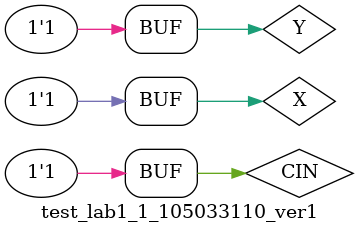
<source format=v>
`timescale 1ns / 1ps


module test_lab1_1_105033110_ver1();
wire COUT, S;
reg X, Y, CIN;

lab1_1_105033110_ver1 U0(.x(X), .y(Y), .cin(CIN), .cout(COUT), .s(S));

initial
begin

X=0; Y=0; CIN=0;
#10 X=0; Y=0; CIN=1;
#10 X=0; Y=1; CIN=0;
#10 X=0; Y=1; CIN=1;
#10 X=1; Y=0; CIN=0;
#10 X=1; Y=0; CIN=1;
#10 X=1; Y=1; CIN=0;
#10 X=1; Y=1; CIN=1;
end

endmodule

</source>
